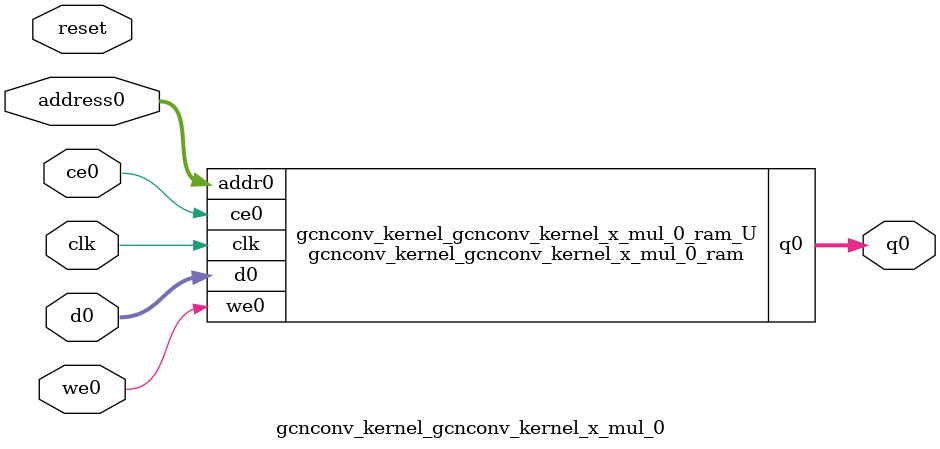
<source format=v>
`timescale 1 ns / 1 ps
module gcnconv_kernel_gcnconv_kernel_x_mul_0_ram (addr0, ce0, d0, we0, q0,  clk);

parameter DWIDTH = 32;
parameter AWIDTH = 15;
parameter MEM_SIZE = 19717;

input[AWIDTH-1:0] addr0;
input ce0;
input[DWIDTH-1:0] d0;
input we0;
output reg[DWIDTH-1:0] q0;
input clk;

(* ram_style = "block" *)reg [DWIDTH-1:0] ram[0:MEM_SIZE-1];




always @(posedge clk)  
begin 
    if (ce0) 
    begin
        if (we0) 
        begin 
            ram[addr0] <= d0; 
        end 
        q0 <= ram[addr0];
    end
end


endmodule

`timescale 1 ns / 1 ps
module gcnconv_kernel_gcnconv_kernel_x_mul_0(
    reset,
    clk,
    address0,
    ce0,
    we0,
    d0,
    q0);

parameter DataWidth = 32'd32;
parameter AddressRange = 32'd19717;
parameter AddressWidth = 32'd15;
input reset;
input clk;
input[AddressWidth - 1:0] address0;
input ce0;
input we0;
input[DataWidth - 1:0] d0;
output[DataWidth - 1:0] q0;



gcnconv_kernel_gcnconv_kernel_x_mul_0_ram gcnconv_kernel_gcnconv_kernel_x_mul_0_ram_U(
    .clk( clk ),
    .addr0( address0 ),
    .ce0( ce0 ),
    .we0( we0 ),
    .d0( d0 ),
    .q0( q0 ));

endmodule


</source>
